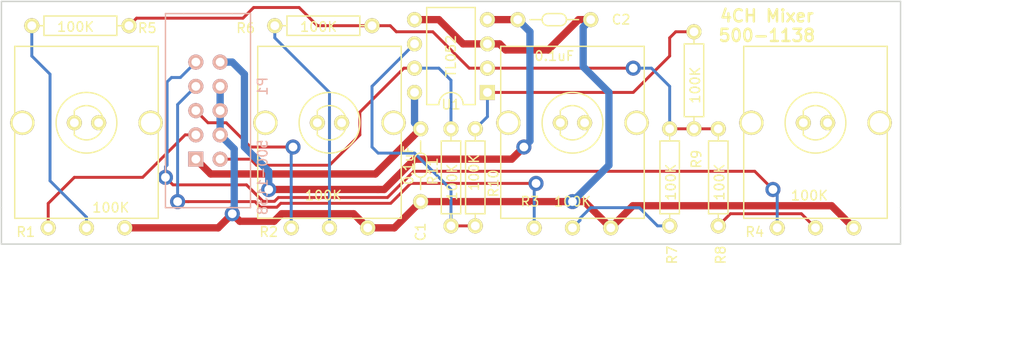
<source format=kicad_pcb>
(kicad_pcb (version 20171130) (host pcbnew "(5.0.1)-3")

  (general
    (thickness 1.6)
    (drawings 9)
    (tracks 163)
    (zones 0)
    (modules 15)
    (nets 16)
  )

  (page A4)
  (layers
    (0 F.Cu signal)
    (31 B.Cu signal)
    (32 B.Adhes user)
    (33 F.Adhes user)
    (34 B.Paste user)
    (35 F.Paste user)
    (36 B.SilkS user)
    (37 F.SilkS user)
    (38 B.Mask user)
    (39 F.Mask user)
    (40 Dwgs.User user)
    (41 Cmts.User user)
    (42 Eco1.User user)
    (43 Eco2.User user)
    (44 Edge.Cuts user)
    (45 Margin user)
    (46 B.CrtYd user)
    (47 F.CrtYd user)
    (48 B.Fab user)
    (49 F.Fab user)
  )

  (setup
    (last_trace_width 0.3048)
    (trace_clearance 0.3048)
    (zone_clearance 0.508)
    (zone_45_only no)
    (trace_min 0.2)
    (segment_width 0.2)
    (edge_width 0.15)
    (via_size 1.5748)
    (via_drill 0.9144)
    (via_min_size 0.4)
    (via_min_drill 0.3)
    (uvia_size 0.3)
    (uvia_drill 0.1)
    (uvias_allowed no)
    (uvia_min_size 0.2)
    (uvia_min_drill 0.1)
    (pcb_text_width 0.3)
    (pcb_text_size 1.5 1.5)
    (mod_edge_width 0.15)
    (mod_text_size 1 1)
    (mod_text_width 0.15)
    (pad_size 1.524 1.524)
    (pad_drill 0.762)
    (pad_to_mask_clearance 0.2)
    (solder_mask_min_width 0.25)
    (aux_axis_origin 0 0)
    (visible_elements 7FFFFFFF)
    (pcbplotparams
      (layerselection 0x010f0_ffffffff)
      (usegerberextensions false)
      (usegerberattributes false)
      (usegerberadvancedattributes false)
      (creategerberjobfile false)
      (excludeedgelayer true)
      (linewidth 0.100000)
      (plotframeref false)
      (viasonmask false)
      (mode 1)
      (useauxorigin false)
      (hpglpennumber 1)
      (hpglpenspeed 20)
      (hpglpendiameter 15.000000)
      (psnegative false)
      (psa4output false)
      (plotreference true)
      (plotvalue true)
      (plotinvisibletext false)
      (padsonsilk false)
      (subtractmaskfromsilk false)
      (outputformat 1)
      (mirror false)
      (drillshape 0)
      (scaleselection 1)
      (outputdirectory "CAM/"))
  )

  (net 0 "")
  (net 1 GND)
  (net 2 "Net-(P1-Pad2)")
  (net 3 "Net-(P1-Pad3)")
  (net 4 "Net-(P1-Pad5)")
  (net 5 "Net-(P1-Pad7)")
  (net 6 "Net-(P1-Pad9)")
  (net 7 "Net-(R1-Pad2)")
  (net 8 "Net-(R2-Pad2)")
  (net 9 "Net-(R3-Pad2)")
  (net 10 "Net-(R4-Pad2)")
  (net 11 "Net-(R5-Pad2)")
  (net 12 "Net-(R10-Pad1)")
  (net 13 "Net-(R10-Pad2)")
  (net 14 /V+)
  (net 15 /V-)

  (net_class Default "This is the default net class."
    (clearance 0.3048)
    (trace_width 0.3048)
    (via_dia 1.5748)
    (via_drill 0.9144)
    (uvia_dia 0.3)
    (uvia_drill 0.1)
    (add_net "Net-(P1-Pad2)")
    (add_net "Net-(P1-Pad3)")
    (add_net "Net-(P1-Pad5)")
    (add_net "Net-(P1-Pad7)")
    (add_net "Net-(P1-Pad9)")
    (add_net "Net-(R1-Pad2)")
    (add_net "Net-(R10-Pad1)")
    (add_net "Net-(R10-Pad2)")
    (add_net "Net-(R2-Pad2)")
    (add_net "Net-(R3-Pad2)")
    (add_net "Net-(R4-Pad2)")
    (add_net "Net-(R5-Pad2)")
  )

  (net_class POWER ""
    (clearance 0.3048)
    (trace_width 0.762)
    (via_dia 1.5748)
    (via_drill 0.9144)
    (uvia_dia 0.3)
    (uvia_drill 0.1)
    (add_net /V+)
    (add_net /V-)
    (add_net GND)
  )

  (module FootPrints:AXIAL0.4 (layer F.Cu) (tedit 56ACF211) (tstamp 5BC97BBC)
    (at 190.5 107.315 90)
    (path /5C29243C)
    (fp_text reference R11 (at 0.635 -1.905 90) (layer F.SilkS)
      (effects (font (size 1 1) (thickness 0.15)))
    )
    (fp_text value 100K (at -0.508 0.127 90) (layer F.SilkS)
      (effects (font (size 1 1) (thickness 0.15)))
    )
    (fp_line (start 3.81 -1.016) (end -3.81 -1.016) (layer F.SilkS) (width 0.15))
    (fp_line (start -3.81 1.016) (end 3.81 1.016) (layer F.SilkS) (width 0.15))
    (fp_line (start 4.445 0) (end 3.81 0) (layer F.SilkS) (width 0.15))
    (fp_line (start -3.81 0) (end -4.318 0) (layer F.SilkS) (width 0.15))
    (fp_line (start 3.81 -1.016) (end 3.81 1.016) (layer F.SilkS) (width 0.15))
    (fp_line (start -3.81 -1.016) (end -3.81 1.016) (layer F.SilkS) (width 0.15))
    (pad 2 thru_hole circle (at 5.08 0 90) (size 1.5748 1.5748) (drill 0.9144) (layers *.Cu *.Mask F.SilkS)
      (net 2 "Net-(P1-Pad2)"))
    (pad 1 thru_hole circle (at -5.08 0 90) (size 1.5748 1.5748) (drill 0.9144) (layers *.Cu *.Mask F.SilkS)
      (net 13 "Net-(R10-Pad2)"))
  )

  (module FootPrints:AXIAL0.4 (layer F.Cu) (tedit 56ACF211) (tstamp 5BC97B8C)
    (at 213.36 107.315 90)
    (path /5C2924EE)
    (fp_text reference R7 (at -8.128 0.254 90) (layer F.SilkS)
      (effects (font (size 1 1) (thickness 0.15)))
    )
    (fp_text value 100K (at -0.508 0.127 90) (layer F.SilkS)
      (effects (font (size 1 1) (thickness 0.15)))
    )
    (fp_line (start -3.81 -1.016) (end -3.81 1.016) (layer F.SilkS) (width 0.15))
    (fp_line (start 3.81 -1.016) (end 3.81 1.016) (layer F.SilkS) (width 0.15))
    (fp_line (start -3.81 0) (end -4.318 0) (layer F.SilkS) (width 0.15))
    (fp_line (start 4.445 0) (end 3.81 0) (layer F.SilkS) (width 0.15))
    (fp_line (start -3.81 1.016) (end 3.81 1.016) (layer F.SilkS) (width 0.15))
    (fp_line (start 3.81 -1.016) (end -3.81 -1.016) (layer F.SilkS) (width 0.15))
    (pad 1 thru_hole circle (at -5.08 0 90) (size 1.5748 1.5748) (drill 0.9144) (layers *.Cu *.Mask F.SilkS)
      (net 9 "Net-(R3-Pad2)"))
    (pad 2 thru_hole circle (at 5.08 0 90) (size 1.5748 1.5748) (drill 0.9144) (layers *.Cu *.Mask F.SilkS)
      (net 11 "Net-(R5-Pad2)"))
  )

  (module FootPrints:CAP-Bypass-0.3 (layer F.Cu) (tedit 56B42E37) (tstamp 5BC97AF4)
    (at 187.325 106.045 270)
    (path /5C2A51DD)
    (fp_text reference C1 (at 6.985 0 270) (layer F.SilkS)
      (effects (font (size 1 1) (thickness 0.15)))
    )
    (fp_text value 0.1uF (at 0 1.27 270) (layer F.SilkS)
      (effects (font (size 1 1) (thickness 0.15)))
    )
    (fp_arc (start 0.635 0) (end 1.27 0) (angle 90) (layer F.SilkS) (width 0.15))
    (fp_arc (start 0.635 0) (end 0.635 -0.635) (angle 90) (layer F.SilkS) (width 0.15))
    (fp_arc (start -0.635 0) (end -0.635 0.635) (angle 90) (layer F.SilkS) (width 0.15))
    (fp_arc (start -0.635 0) (end -1.27 0) (angle 90) (layer F.SilkS) (width 0.15))
    (fp_line (start -0.635 0.635) (end 0.635 0.635) (layer F.SilkS) (width 0.15))
    (fp_line (start -0.635 -0.635) (end 0.635 -0.635) (layer F.SilkS) (width 0.15))
    (fp_line (start 2.54 0) (end 1.27 0) (layer F.SilkS) (width 0.15))
    (fp_line (start -2.54 0) (end -1.27 0) (layer F.SilkS) (width 0.15))
    (pad 1 thru_hole circle (at -3.81 0 270) (size 1.5748 1.5748) (drill 0.9144) (layers *.Cu *.Mask F.SilkS)
      (net 14 /V+))
    (pad 2 thru_hole circle (at 3.81 0 270) (size 1.5748 1.5748) (drill 0.9144) (layers *.Cu *.Mask F.SilkS)
      (net 1 GND))
  )

  (module FootPrints:IDC5x2_Vert (layer B.Cu) (tedit 58C2383B) (tstamp 5BC98338)
    (at 165.1 100.33 270)
    (path /5C295F36)
    (fp_text reference P1 (at -2.54 -5.715 270) (layer B.SilkS)
      (effects (font (size 1 1) (thickness 0.15)) (justify mirror))
    )
    (fp_text value 500-1138 (at 6.985 -5.715 270) (layer B.SilkS)
      (effects (font (size 1 1) (thickness 0.15)) (justify mirror))
    )
    (fp_line (start 10.16 -4.445) (end 10.16 -2.54) (layer B.SilkS) (width 0.15))
    (fp_line (start -10.16 -4.445) (end 10.16 -4.445) (layer B.SilkS) (width 0.15))
    (fp_line (start -10.16 -2.54) (end -10.16 -4.445) (layer B.SilkS) (width 0.15))
    (fp_line (start 10.16 4.445) (end 10.16 2.54) (layer B.SilkS) (width 0.15))
    (fp_line (start -10.16 4.445) (end 10.16 4.445) (layer B.SilkS) (width 0.15))
    (fp_line (start -10.16 2.54) (end -10.16 4.445) (layer B.SilkS) (width 0.15))
    (fp_line (start -10.16 -2.54) (end -10.16 2.54) (layer B.SilkS) (width 0.15))
    (fp_line (start 10.16 2.54) (end 10.16 -2.54) (layer B.SilkS) (width 0.15))
    (pad 1 thru_hole rect (at 5.08 1.27 270) (size 1.5748 1.5748) (drill 0.9144) (layers *.Cu *.Mask B.SilkS)
      (net 14 /V+))
    (pad 2 thru_hole circle (at 5.08 -1.27 270) (size 1.5748 1.5748) (drill 0.9144) (layers *.Cu *.Mask B.SilkS)
      (net 2 "Net-(P1-Pad2)"))
    (pad 3 thru_hole circle (at 2.54 1.27 270) (size 1.5748 1.5748) (drill 0.9144) (layers *.Cu *.Mask B.SilkS)
      (net 3 "Net-(P1-Pad3)"))
    (pad 4 thru_hole circle (at 2.54 -1.27 270) (size 1.5748 1.5748) (drill 0.9144) (layers *.Cu *.Mask B.SilkS)
      (net 1 GND))
    (pad 5 thru_hole circle (at 0 1.27 270) (size 1.5748 1.5748) (drill 0.9144) (layers *.Cu *.Mask B.SilkS)
      (net 4 "Net-(P1-Pad5)"))
    (pad 6 thru_hole circle (at 0 -1.27 270) (size 1.5748 1.5748) (drill 0.9144) (layers *.Cu *.Mask B.SilkS)
      (net 1 GND))
    (pad 7 thru_hole circle (at -2.54 1.27 270) (size 1.5748 1.5748) (drill 0.9144) (layers *.Cu *.Mask B.SilkS)
      (net 5 "Net-(P1-Pad7)"))
    (pad 8 thru_hole circle (at -2.54 -1.27 270) (size 1.5748 1.5748) (drill 0.9144) (layers *.Cu *.Mask B.SilkS)
      (net 1 GND))
    (pad 9 thru_hole circle (at -5.08 1.27 270) (size 1.5748 1.5748) (drill 0.9144) (layers *.Cu *.Mask B.SilkS)
      (net 6 "Net-(P1-Pad9)"))
    (pad 10 thru_hole circle (at -5.08 -1.27 270) (size 1.5748 1.5748) (drill 0.9144) (layers *.Cu *.Mask B.SilkS)
      (net 15 /V-))
  )

  (module FootPrints:Alpha9mmPotWithLED (layer F.Cu) (tedit 5751FE58) (tstamp 5BC97B2C)
    (at 152.4 101.6)
    (path /5C292FCC)
    (fp_text reference R1 (at -6.35 11.43) (layer F.SilkS)
      (effects (font (size 1 1) (thickness 0.15)))
    )
    (fp_text value 100K (at 2.54 8.89) (layer F.SilkS)
      (effects (font (size 1 1) (thickness 0.15)))
    )
    (fp_arc (start 0 0) (end 1.27 1.27) (angle 90) (layer F.SilkS) (width 0.15))
    (fp_arc (start 0 0) (end 1.27 -1.27) (angle 90) (layer F.SilkS) (width 0.15))
    (fp_arc (start 0 0) (end -1.27 -1.27) (angle 90) (layer F.SilkS) (width 0.15))
    (fp_line (start -1.27 -1.27) (end -1.27 1.27) (layer F.SilkS) (width 0.15))
    (fp_circle (center 0 0) (end 3.175 0) (layer F.SilkS) (width 0.15))
    (fp_line (start -7.5 10) (end 7.5 10) (layer F.SilkS) (width 0.15))
    (fp_line (start 7.5 10) (end 7.5 -8) (layer F.SilkS) (width 0.15))
    (fp_line (start 7.5 -8) (end -7.5 -8) (layer F.SilkS) (width 0.15))
    (fp_line (start -7.5 -8) (end -7.5 10) (layer F.SilkS) (width 0.15))
    (pad "" thru_hole circle (at -6.7 0) (size 2.54 2.54) (drill 2.032) (layers *.Cu *.Mask F.SilkS))
    (pad "" thru_hole circle (at 6.7 0) (size 2.54 2.54) (drill 2.032) (layers *.Cu *.Mask F.SilkS))
    (pad 4 thru_hole circle (at -1.27 0) (size 1.5748 1.5748) (drill 0.9144) (layers *.Cu *.Mask F.SilkS))
    (pad 5 thru_hole circle (at 1.27 0) (size 1.5748 1.5748) (drill 0.9144) (layers *.Cu *.Mask F.SilkS))
    (pad 2 thru_hole circle (at 0 11) (size 1.5748 1.5748) (drill 0.9144) (layers *.Cu *.Mask F.SilkS)
      (net 7 "Net-(R1-Pad2)"))
    (pad 3 thru_hole circle (at 4 11) (size 1.5748 1.5748) (drill 0.9144) (layers *.Cu *.Mask F.SilkS)
      (net 1 GND))
    (pad 1 thru_hole circle (at -4 11) (size 1.5748 1.5748) (drill 0.9144) (layers *.Cu *.Mask F.SilkS)
      (net 3 "Net-(P1-Pad3)"))
  )

  (module FootPrints:Alpha9mmPotWithLED (layer F.Cu) (tedit 5751FE58) (tstamp 5BC97B40)
    (at 177.8 101.6)
    (path /5C29302F)
    (fp_text reference R2 (at -6.35 11.43) (layer F.SilkS)
      (effects (font (size 1 1) (thickness 0.15)))
    )
    (fp_text value 100K (at -0.635 7.62) (layer F.SilkS)
      (effects (font (size 1 1) (thickness 0.15)))
    )
    (fp_line (start -7.5 -8) (end -7.5 10) (layer F.SilkS) (width 0.15))
    (fp_line (start 7.5 -8) (end -7.5 -8) (layer F.SilkS) (width 0.15))
    (fp_line (start 7.5 10) (end 7.5 -8) (layer F.SilkS) (width 0.15))
    (fp_line (start -7.5 10) (end 7.5 10) (layer F.SilkS) (width 0.15))
    (fp_circle (center 0 0) (end 3.175 0) (layer F.SilkS) (width 0.15))
    (fp_line (start -1.27 -1.27) (end -1.27 1.27) (layer F.SilkS) (width 0.15))
    (fp_arc (start 0 0) (end -1.27 -1.27) (angle 90) (layer F.SilkS) (width 0.15))
    (fp_arc (start 0 0) (end 1.27 -1.27) (angle 90) (layer F.SilkS) (width 0.15))
    (fp_arc (start 0 0) (end 1.27 1.27) (angle 90) (layer F.SilkS) (width 0.15))
    (pad 1 thru_hole circle (at -4 11) (size 1.5748 1.5748) (drill 0.9144) (layers *.Cu *.Mask F.SilkS)
      (net 4 "Net-(P1-Pad5)"))
    (pad 3 thru_hole circle (at 4 11) (size 1.5748 1.5748) (drill 0.9144) (layers *.Cu *.Mask F.SilkS)
      (net 1 GND))
    (pad 2 thru_hole circle (at 0 11) (size 1.5748 1.5748) (drill 0.9144) (layers *.Cu *.Mask F.SilkS)
      (net 8 "Net-(R2-Pad2)"))
    (pad 5 thru_hole circle (at 1.27 0) (size 1.5748 1.5748) (drill 0.9144) (layers *.Cu *.Mask F.SilkS))
    (pad 4 thru_hole circle (at -1.27 0) (size 1.5748 1.5748) (drill 0.9144) (layers *.Cu *.Mask F.SilkS))
    (pad "" thru_hole circle (at 6.7 0) (size 2.54 2.54) (drill 2.032) (layers *.Cu *.Mask F.SilkS))
    (pad "" thru_hole circle (at -6.7 0) (size 2.54 2.54) (drill 2.032) (layers *.Cu *.Mask F.SilkS))
  )

  (module FootPrints:Alpha9mmPotWithLED (layer F.Cu) (tedit 5751FE58) (tstamp 5BC97B54)
    (at 203.2 101.6)
    (path /5C29306D)
    (fp_text reference R3 (at -4.445 8.255) (layer F.SilkS)
      (effects (font (size 1 1) (thickness 0.15)))
    )
    (fp_text value 100K (at 0 8.255) (layer F.SilkS)
      (effects (font (size 1 1) (thickness 0.15)))
    )
    (fp_arc (start 0 0) (end 1.27 1.27) (angle 90) (layer F.SilkS) (width 0.15))
    (fp_arc (start 0 0) (end 1.27 -1.27) (angle 90) (layer F.SilkS) (width 0.15))
    (fp_arc (start 0 0) (end -1.27 -1.27) (angle 90) (layer F.SilkS) (width 0.15))
    (fp_line (start -1.27 -1.27) (end -1.27 1.27) (layer F.SilkS) (width 0.15))
    (fp_circle (center 0 0) (end 3.175 0) (layer F.SilkS) (width 0.15))
    (fp_line (start -7.5 10) (end 7.5 10) (layer F.SilkS) (width 0.15))
    (fp_line (start 7.5 10) (end 7.5 -8) (layer F.SilkS) (width 0.15))
    (fp_line (start 7.5 -8) (end -7.5 -8) (layer F.SilkS) (width 0.15))
    (fp_line (start -7.5 -8) (end -7.5 10) (layer F.SilkS) (width 0.15))
    (pad "" thru_hole circle (at -6.7 0) (size 2.54 2.54) (drill 2.032) (layers *.Cu *.Mask F.SilkS))
    (pad "" thru_hole circle (at 6.7 0) (size 2.54 2.54) (drill 2.032) (layers *.Cu *.Mask F.SilkS))
    (pad 4 thru_hole circle (at -1.27 0) (size 1.5748 1.5748) (drill 0.9144) (layers *.Cu *.Mask F.SilkS))
    (pad 5 thru_hole circle (at 1.27 0) (size 1.5748 1.5748) (drill 0.9144) (layers *.Cu *.Mask F.SilkS))
    (pad 2 thru_hole circle (at 0 11) (size 1.5748 1.5748) (drill 0.9144) (layers *.Cu *.Mask F.SilkS)
      (net 9 "Net-(R3-Pad2)"))
    (pad 3 thru_hole circle (at 4 11) (size 1.5748 1.5748) (drill 0.9144) (layers *.Cu *.Mask F.SilkS)
      (net 1 GND))
    (pad 1 thru_hole circle (at -4 11) (size 1.5748 1.5748) (drill 0.9144) (layers *.Cu *.Mask F.SilkS)
      (net 5 "Net-(P1-Pad7)"))
  )

  (module FootPrints:Alpha9mmPotWithLED (layer F.Cu) (tedit 5751FE58) (tstamp 5BC97B68)
    (at 228.6 101.6)
    (path /5C2930B3)
    (fp_text reference R4 (at -6.35 11.43) (layer F.SilkS)
      (effects (font (size 1 1) (thickness 0.15)))
    )
    (fp_text value 100K (at -0.635 7.62) (layer F.SilkS)
      (effects (font (size 1 1) (thickness 0.15)))
    )
    (fp_line (start -7.5 -8) (end -7.5 10) (layer F.SilkS) (width 0.15))
    (fp_line (start 7.5 -8) (end -7.5 -8) (layer F.SilkS) (width 0.15))
    (fp_line (start 7.5 10) (end 7.5 -8) (layer F.SilkS) (width 0.15))
    (fp_line (start -7.5 10) (end 7.5 10) (layer F.SilkS) (width 0.15))
    (fp_circle (center 0 0) (end 3.175 0) (layer F.SilkS) (width 0.15))
    (fp_line (start -1.27 -1.27) (end -1.27 1.27) (layer F.SilkS) (width 0.15))
    (fp_arc (start 0 0) (end -1.27 -1.27) (angle 90) (layer F.SilkS) (width 0.15))
    (fp_arc (start 0 0) (end 1.27 -1.27) (angle 90) (layer F.SilkS) (width 0.15))
    (fp_arc (start 0 0) (end 1.27 1.27) (angle 90) (layer F.SilkS) (width 0.15))
    (pad 1 thru_hole circle (at -4 11) (size 1.5748 1.5748) (drill 0.9144) (layers *.Cu *.Mask F.SilkS)
      (net 6 "Net-(P1-Pad9)"))
    (pad 3 thru_hole circle (at 4 11) (size 1.5748 1.5748) (drill 0.9144) (layers *.Cu *.Mask F.SilkS)
      (net 1 GND))
    (pad 2 thru_hole circle (at 0 11) (size 1.5748 1.5748) (drill 0.9144) (layers *.Cu *.Mask F.SilkS)
      (net 10 "Net-(R4-Pad2)"))
    (pad 5 thru_hole circle (at 1.27 0) (size 1.5748 1.5748) (drill 0.9144) (layers *.Cu *.Mask F.SilkS))
    (pad 4 thru_hole circle (at -1.27 0) (size 1.5748 1.5748) (drill 0.9144) (layers *.Cu *.Mask F.SilkS))
    (pad "" thru_hole circle (at 6.7 0) (size 2.54 2.54) (drill 2.032) (layers *.Cu *.Mask F.SilkS))
    (pad "" thru_hole circle (at -6.7 0) (size 2.54 2.54) (drill 2.032) (layers *.Cu *.Mask F.SilkS))
  )

  (module FootPrints:AXIAL0.4 (layer F.Cu) (tedit 56ACF211) (tstamp 5BC98513)
    (at 151.765 91.44)
    (path /5C29266C)
    (fp_text reference R5 (at 6.985 0.254) (layer F.SilkS)
      (effects (font (size 1 1) (thickness 0.15)))
    )
    (fp_text value 100K (at -0.508 0.127) (layer F.SilkS)
      (effects (font (size 1 1) (thickness 0.15)))
    )
    (fp_line (start -3.81 -1.016) (end -3.81 1.016) (layer F.SilkS) (width 0.15))
    (fp_line (start 3.81 -1.016) (end 3.81 1.016) (layer F.SilkS) (width 0.15))
    (fp_line (start -3.81 0) (end -4.318 0) (layer F.SilkS) (width 0.15))
    (fp_line (start 4.445 0) (end 3.81 0) (layer F.SilkS) (width 0.15))
    (fp_line (start -3.81 1.016) (end 3.81 1.016) (layer F.SilkS) (width 0.15))
    (fp_line (start 3.81 -1.016) (end -3.81 -1.016) (layer F.SilkS) (width 0.15))
    (pad 1 thru_hole circle (at -5.08 0) (size 1.5748 1.5748) (drill 0.9144) (layers *.Cu *.Mask F.SilkS)
      (net 7 "Net-(R1-Pad2)"))
    (pad 2 thru_hole circle (at 5.08 0) (size 1.5748 1.5748) (drill 0.9144) (layers *.Cu *.Mask F.SilkS)
      (net 11 "Net-(R5-Pad2)"))
  )

  (module FootPrints:AXIAL0.4 (layer F.Cu) (tedit 56ACF211) (tstamp 5BC97B80)
    (at 177.165 91.44)
    (path /5C292514)
    (fp_text reference R6 (at -8.128 0.254) (layer F.SilkS)
      (effects (font (size 1 1) (thickness 0.15)))
    )
    (fp_text value 100K (at -0.508 0.127) (layer F.SilkS)
      (effects (font (size 1 1) (thickness 0.15)))
    )
    (fp_line (start 3.81 -1.016) (end -3.81 -1.016) (layer F.SilkS) (width 0.15))
    (fp_line (start -3.81 1.016) (end 3.81 1.016) (layer F.SilkS) (width 0.15))
    (fp_line (start 4.445 0) (end 3.81 0) (layer F.SilkS) (width 0.15))
    (fp_line (start -3.81 0) (end -4.318 0) (layer F.SilkS) (width 0.15))
    (fp_line (start 3.81 -1.016) (end 3.81 1.016) (layer F.SilkS) (width 0.15))
    (fp_line (start -3.81 -1.016) (end -3.81 1.016) (layer F.SilkS) (width 0.15))
    (pad 2 thru_hole circle (at 5.08 0) (size 1.5748 1.5748) (drill 0.9144) (layers *.Cu *.Mask F.SilkS)
      (net 11 "Net-(R5-Pad2)"))
    (pad 1 thru_hole circle (at -5.08 0) (size 1.5748 1.5748) (drill 0.9144) (layers *.Cu *.Mask F.SilkS)
      (net 8 "Net-(R2-Pad2)"))
  )

  (module FootPrints:AXIAL0.4 (layer F.Cu) (tedit 56ACF211) (tstamp 5BC98560)
    (at 218.44 107.315 90)
    (path /5C2924AC)
    (fp_text reference R8 (at -8.128 0.254 90) (layer F.SilkS)
      (effects (font (size 1 1) (thickness 0.15)))
    )
    (fp_text value 100K (at -0.508 0.127 90) (layer F.SilkS)
      (effects (font (size 1 1) (thickness 0.15)))
    )
    (fp_line (start 3.81 -1.016) (end -3.81 -1.016) (layer F.SilkS) (width 0.15))
    (fp_line (start -3.81 1.016) (end 3.81 1.016) (layer F.SilkS) (width 0.15))
    (fp_line (start 4.445 0) (end 3.81 0) (layer F.SilkS) (width 0.15))
    (fp_line (start -3.81 0) (end -4.318 0) (layer F.SilkS) (width 0.15))
    (fp_line (start 3.81 -1.016) (end 3.81 1.016) (layer F.SilkS) (width 0.15))
    (fp_line (start -3.81 -1.016) (end -3.81 1.016) (layer F.SilkS) (width 0.15))
    (pad 2 thru_hole circle (at 5.08 0 90) (size 1.5748 1.5748) (drill 0.9144) (layers *.Cu *.Mask F.SilkS)
      (net 11 "Net-(R5-Pad2)"))
    (pad 1 thru_hole circle (at -5.08 0 90) (size 1.5748 1.5748) (drill 0.9144) (layers *.Cu *.Mask F.SilkS)
      (net 10 "Net-(R4-Pad2)"))
  )

  (module FootPrints:AXIAL0.4 (layer F.Cu) (tedit 56ACF211) (tstamp 5BC97BA4)
    (at 215.9 97.155 90)
    (path /5C29247A)
    (fp_text reference R9 (at -8.255 0.254 90) (layer F.SilkS)
      (effects (font (size 1 1) (thickness 0.15)))
    )
    (fp_text value 100K (at -0.508 0.127 90) (layer F.SilkS)
      (effects (font (size 1 1) (thickness 0.15)))
    )
    (fp_line (start -3.81 -1.016) (end -3.81 1.016) (layer F.SilkS) (width 0.15))
    (fp_line (start 3.81 -1.016) (end 3.81 1.016) (layer F.SilkS) (width 0.15))
    (fp_line (start -3.81 0) (end -4.318 0) (layer F.SilkS) (width 0.15))
    (fp_line (start 4.445 0) (end 3.81 0) (layer F.SilkS) (width 0.15))
    (fp_line (start -3.81 1.016) (end 3.81 1.016) (layer F.SilkS) (width 0.15))
    (fp_line (start 3.81 -1.016) (end -3.81 -1.016) (layer F.SilkS) (width 0.15))
    (pad 1 thru_hole circle (at -5.08 0 90) (size 1.5748 1.5748) (drill 0.9144) (layers *.Cu *.Mask F.SilkS)
      (net 11 "Net-(R5-Pad2)"))
    (pad 2 thru_hole circle (at 5.08 0 90) (size 1.5748 1.5748) (drill 0.9144) (layers *.Cu *.Mask F.SilkS)
      (net 12 "Net-(R10-Pad1)"))
  )

  (module FootPrints:AXIAL0.4 (layer F.Cu) (tedit 56ACF211) (tstamp 5BC97BB0)
    (at 193.04 107.315 270)
    (path /5C292408)
    (fp_text reference R10 (at 0.635 -1.905 270) (layer F.SilkS)
      (effects (font (size 1 1) (thickness 0.15)))
    )
    (fp_text value 100K (at -0.508 0.127 270) (layer F.SilkS)
      (effects (font (size 1 1) (thickness 0.15)))
    )
    (fp_line (start -3.81 -1.016) (end -3.81 1.016) (layer F.SilkS) (width 0.15))
    (fp_line (start 3.81 -1.016) (end 3.81 1.016) (layer F.SilkS) (width 0.15))
    (fp_line (start -3.81 0) (end -4.318 0) (layer F.SilkS) (width 0.15))
    (fp_line (start 4.445 0) (end 3.81 0) (layer F.SilkS) (width 0.15))
    (fp_line (start -3.81 1.016) (end 3.81 1.016) (layer F.SilkS) (width 0.15))
    (fp_line (start 3.81 -1.016) (end -3.81 -1.016) (layer F.SilkS) (width 0.15))
    (pad 1 thru_hole circle (at -5.08 0 270) (size 1.5748 1.5748) (drill 0.9144) (layers *.Cu *.Mask F.SilkS)
      (net 12 "Net-(R10-Pad1)"))
    (pad 2 thru_hole circle (at 5.08 0 270) (size 1.5748 1.5748) (drill 0.9144) (layers *.Cu *.Mask F.SilkS)
      (net 13 "Net-(R10-Pad2)"))
  )

  (module FootPrints:DIP8.3 (layer F.Cu) (tedit 56ADA5EF) (tstamp 5BC9819C)
    (at 190.5 94.615 90)
    (path /5C2922F0)
    (fp_text reference U1 (at -5.08 0 180) (layer F.SilkS)
      (effects (font (size 1 1) (thickness 0.15)))
    )
    (fp_text value TL052 (at 0 0 90) (layer F.SilkS)
      (effects (font (size 1 1) (thickness 0.15)))
    )
    (fp_arc (start -5.08 0) (end -3.81 0) (angle 90) (layer F.SilkS) (width 0.15))
    (fp_arc (start -5.08 0) (end -5.08 -1.27) (angle 90) (layer F.SilkS) (width 0.15))
    (fp_line (start -5.08 -2.54) (end -5.08 -1.27) (layer F.SilkS) (width 0.15))
    (fp_line (start -5.08 -2.54) (end 5.08 -2.54) (layer F.SilkS) (width 0.15))
    (fp_line (start 5.08 -2.54) (end 5.08 2.54) (layer F.SilkS) (width 0.15))
    (fp_line (start 5.08 2.54) (end -5.08 2.54) (layer F.SilkS) (width 0.15))
    (fp_line (start -5.08 2.54) (end -5.08 1.27) (layer F.SilkS) (width 0.15))
    (pad 1 thru_hole rect (at -3.81 3.81 90) (size 1.5748 1.5748) (drill 0.9144) (layers *.Cu *.Mask F.SilkS)
      (net 12 "Net-(R10-Pad1)"))
    (pad 2 thru_hole circle (at -1.27 3.81 90) (size 1.5748 1.5748) (drill 0.9144) (layers *.Cu *.Mask F.SilkS)
      (net 11 "Net-(R5-Pad2)"))
    (pad 3 thru_hole circle (at 1.27 3.81 90) (size 1.5748 1.5748) (drill 0.9144) (layers *.Cu *.Mask F.SilkS)
      (net 1 GND))
    (pad 4 thru_hole circle (at 3.81 3.81 90) (size 1.5748 1.5748) (drill 0.9144) (layers *.Cu *.Mask F.SilkS)
      (net 15 /V-))
    (pad 5 thru_hole circle (at 3.81 -3.81 90) (size 1.5748 1.5748) (drill 0.9144) (layers *.Cu *.Mask F.SilkS)
      (net 1 GND))
    (pad 6 thru_hole circle (at 1.27 -3.81 90) (size 1.5748 1.5748) (drill 0.9144) (layers *.Cu *.Mask F.SilkS)
      (net 13 "Net-(R10-Pad2)"))
    (pad 7 thru_hole circle (at -1.27 -3.81 90) (size 1.5748 1.5748) (drill 0.9144) (layers *.Cu *.Mask F.SilkS)
      (net 2 "Net-(P1-Pad2)"))
    (pad 8 thru_hole circle (at -3.81 -3.81 90) (size 1.5748 1.5748) (drill 0.9144) (layers *.Cu *.Mask F.SilkS)
      (net 14 /V+))
  )

  (module FootPrints:CAP-Bypass-0.3 (layer F.Cu) (tedit 56B42E37) (tstamp 5BC9845B)
    (at 201.295 90.805)
    (path /5C2A52AD)
    (fp_text reference C2 (at 6.985 0) (layer F.SilkS)
      (effects (font (size 1 1) (thickness 0.15)))
    )
    (fp_text value 0.1uF (at 0 3.81) (layer F.SilkS)
      (effects (font (size 1 1) (thickness 0.15)))
    )
    (fp_arc (start 0.635 0) (end 1.27 0) (angle 90) (layer F.SilkS) (width 0.15))
    (fp_arc (start 0.635 0) (end 0.635 -0.635) (angle 90) (layer F.SilkS) (width 0.15))
    (fp_arc (start -0.635 0) (end -0.635 0.635) (angle 90) (layer F.SilkS) (width 0.15))
    (fp_arc (start -0.635 0) (end -1.27 0) (angle 90) (layer F.SilkS) (width 0.15))
    (fp_line (start -0.635 0.635) (end 0.635 0.635) (layer F.SilkS) (width 0.15))
    (fp_line (start -0.635 -0.635) (end 0.635 -0.635) (layer F.SilkS) (width 0.15))
    (fp_line (start 2.54 0) (end 1.27 0) (layer F.SilkS) (width 0.15))
    (fp_line (start -2.54 0) (end -1.27 0) (layer F.SilkS) (width 0.15))
    (pad 1 thru_hole circle (at -3.81 0) (size 1.5748 1.5748) (drill 0.9144) (layers *.Cu *.Mask F.SilkS)
      (net 15 /V-))
    (pad 2 thru_hole circle (at 3.81 0) (size 1.5748 1.5748) (drill 0.9144) (layers *.Cu *.Mask F.SilkS)
      (net 1 GND))
  )

  (gr_text "4CH Mixer\n500-1138" (at 223.52 91.44) (layer F.SilkS)
    (effects (font (size 1.27 1.27) (thickness 0.254)))
  )
  (dimension 93.98 (width 0.3) (layer F.Fab)
    (gr_text "3.7000 in" (at 190.5 125.925) (layer F.Fab)
      (effects (font (size 1.5 1.5) (thickness 0.3)))
    )
    (feature1 (pts (xy 237.49 114.935) (xy 237.49 124.411421)))
    (feature2 (pts (xy 143.51 114.935) (xy 143.51 124.411421)))
    (crossbar (pts (xy 143.51 123.825) (xy 237.49 123.825)))
    (arrow1a (pts (xy 237.49 123.825) (xy 236.363496 124.411421)))
    (arrow1b (pts (xy 237.49 123.825) (xy 236.363496 123.238579)))
    (arrow2a (pts (xy 143.51 123.825) (xy 144.636504 124.411421)))
    (arrow2b (pts (xy 143.51 123.825) (xy 144.636504 123.238579)))
  )
  (gr_line (start 143.51 110.49) (end 143.51 88.9) (layer Edge.Cuts) (width 0.15))
  (gr_line (start 237.49 110.49) (end 237.49 88.9) (layer Edge.Cuts) (width 0.15))
  (gr_line (start 237.49 88.9) (end 143.51 88.9) (layer Edge.Cuts) (width 0.15))
  (dimension 25.4 (width 0.3) (layer F.Fab)
    (gr_text "1.0000 in" (at 248.48 101.6 90) (layer F.Fab)
      (effects (font (size 1.5 1.5) (thickness 0.3)))
    )
    (feature1 (pts (xy 238.76 88.9) (xy 246.966421 88.9)))
    (feature2 (pts (xy 238.76 114.3) (xy 246.966421 114.3)))
    (crossbar (pts (xy 246.38 114.3) (xy 246.38 88.9)))
    (arrow1a (pts (xy 246.38 88.9) (xy 246.966421 90.026504)))
    (arrow1b (pts (xy 246.38 88.9) (xy 245.793579 90.026504)))
    (arrow2a (pts (xy 246.38 114.3) (xy 246.966421 113.173496)))
    (arrow2b (pts (xy 246.38 114.3) (xy 245.793579 113.173496)))
  )
  (gr_line (start 237.49 114.3) (end 237.49 110.49) (layer Edge.Cuts) (width 0.15))
  (gr_line (start 143.51 114.3) (end 237.49 114.3) (layer Edge.Cuts) (width 0.15))
  (gr_line (start 143.51 110.49) (end 143.51 114.3) (layer Edge.Cuts) (width 0.15))

  (segment (start 156.4 112.6) (end 166.165 112.6) (width 0.762) (layer F.Cu) (net 1))
  (segment (start 166.165 112.6) (end 167.64 111.125) (width 0.762) (layer F.Cu) (net 1))
  (segment (start 184.58 112.6) (end 187.325 109.855) (width 0.762) (layer F.Cu) (net 1))
  (segment (start 181.8 112.6) (end 184.58 112.6) (width 0.762) (layer F.Cu) (net 1))
  (segment (start 207.2 112.6) (end 204.455 109.855) (width 0.762) (layer F.Cu) (net 1))
  (segment (start 232.6 112.6) (end 230.286789 110.286789) (width 0.762) (layer F.Cu) (net 1))
  (segment (start 230.286789 110.286789) (end 209.513211 110.286789) (width 0.762) (layer F.Cu) (net 1))
  (segment (start 207.987399 111.812601) (end 207.2 112.6) (width 0.762) (layer F.Cu) (net 1))
  (segment (start 209.513211 110.286789) (end 207.987399 111.812601) (width 0.762) (layer F.Cu) (net 1))
  (segment (start 166.37 97.79) (end 166.37 100.33) (width 0.762) (layer B.Cu) (net 1))
  (segment (start 166.37 100.33) (end 166.37 102.87) (width 0.762) (layer B.Cu) (net 1))
  (via (at 167.64 111.125) (size 1.5748) (drill 0.9144) (layers F.Cu B.Cu) (net 1))
  (segment (start 167.843201 110.921799) (end 167.64 111.125) (width 0.762) (layer B.Cu) (net 1))
  (segment (start 167.843201 104.343201) (end 167.843201 110.921799) (width 0.762) (layer B.Cu) (net 1))
  (segment (start 166.37 102.87) (end 167.843201 104.343201) (width 0.762) (layer B.Cu) (net 1))
  (segment (start 205.105 90.805) (end 203.835 90.805) (width 0.762) (layer F.Cu) (net 1))
  (segment (start 203.835 90.805) (end 200.66 93.98) (width 0.762) (layer F.Cu) (net 1))
  (segment (start 200.66 93.98) (end 196.215 93.98) (width 0.762) (layer F.Cu) (net 1))
  (segment (start 195.58 93.345) (end 194.31 93.345) (width 0.762) (layer F.Cu) (net 1))
  (segment (start 196.215 93.98) (end 195.58 93.345) (width 0.762) (layer F.Cu) (net 1))
  (segment (start 191.77 93.345) (end 194.31 93.345) (width 0.762) (layer F.Cu) (net 1))
  (segment (start 186.69 90.805) (end 189.23 90.805) (width 0.762) (layer F.Cu) (net 1))
  (segment (start 189.23 90.805) (end 191.77 93.345) (width 0.762) (layer F.Cu) (net 1))
  (segment (start 204.317601 91.592399) (end 204.317601 95.732601) (width 0.762) (layer B.Cu) (net 1))
  (segment (start 205.105 90.805) (end 204.317601 91.592399) (width 0.762) (layer B.Cu) (net 1))
  (segment (start 204.317601 95.732601) (end 207.01 98.425) (width 0.762) (layer B.Cu) (net 1))
  (via (at 203.2 109.855) (size 1.5748) (drill 0.9144) (layers F.Cu B.Cu) (net 1))
  (segment (start 207.01 106.045) (end 203.2 109.855) (width 0.762) (layer B.Cu) (net 1))
  (segment (start 207.01 98.425) (end 207.01 106.045) (width 0.762) (layer B.Cu) (net 1))
  (segment (start 204.455 109.855) (end 203.2 109.855) (width 0.762) (layer F.Cu) (net 1))
  (segment (start 203.2 109.855) (end 187.325 109.855) (width 0.762) (layer F.Cu) (net 1))
  (segment (start 172.012139 111.912399) (end 172.799538 111.125) (width 0.762) (layer F.Cu) (net 1))
  (segment (start 172.799538 111.125) (end 180.325 111.125) (width 0.762) (layer F.Cu) (net 1))
  (segment (start 167.64 111.125) (end 168.427399 111.912399) (width 0.762) (layer F.Cu) (net 1))
  (segment (start 180.325 111.125) (end 181.012601 111.812601) (width 0.762) (layer F.Cu) (net 1))
  (segment (start 181.012601 111.812601) (end 181.8 112.6) (width 0.762) (layer F.Cu) (net 1))
  (segment (start 168.427399 111.912399) (end 172.012139 111.912399) (width 0.762) (layer F.Cu) (net 1))
  (segment (start 189.23 95.885) (end 186.69 95.885) (width 0.3048) (layer B.Cu) (net 2))
  (segment (start 190.5 102.235) (end 190.5 97.155) (width 0.3048) (layer B.Cu) (net 2))
  (segment (start 190.5 97.155) (end 189.23 95.885) (width 0.3048) (layer B.Cu) (net 2))
  (segment (start 185.576449 95.885) (end 180.975 100.486449) (width 0.3048) (layer F.Cu) (net 2))
  (segment (start 186.69 95.885) (end 185.576449 95.885) (width 0.3048) (layer F.Cu) (net 2))
  (segment (start 180.975 100.486449) (end 180.975 102.87) (width 0.3048) (layer F.Cu) (net 2))
  (segment (start 180.975 102.87) (end 177.8 106.045) (width 0.3048) (layer F.Cu) (net 2))
  (segment (start 177.8 106.045) (end 170.18 106.045) (width 0.3048) (layer F.Cu) (net 2))
  (segment (start 169.545 105.41) (end 166.37 105.41) (width 0.3048) (layer F.Cu) (net 2))
  (segment (start 170.18 106.045) (end 169.545 105.41) (width 0.3048) (layer F.Cu) (net 2))
  (segment (start 148.4 110.045) (end 148.4 112.6) (width 0.3048) (layer F.Cu) (net 3))
  (segment (start 151.13 107.315) (end 148.4 110.045) (width 0.3048) (layer F.Cu) (net 3))
  (segment (start 158.271449 107.315) (end 151.13 107.315) (width 0.3048) (layer F.Cu) (net 3))
  (segment (start 163.83 102.87) (end 162.716449 102.87) (width 0.3048) (layer F.Cu) (net 3))
  (segment (start 162.716449 102.87) (end 158.271449 107.315) (width 0.3048) (layer F.Cu) (net 3))
  (via (at 173.99 104.14) (size 1.5748) (drill 0.9144) (layers F.Cu B.Cu) (net 4))
  (segment (start 173.8 112.6) (end 173.8 104.33) (width 0.3048) (layer B.Cu) (net 4))
  (segment (start 173.8 104.33) (end 173.99 104.14) (width 0.3048) (layer B.Cu) (net 4))
  (segment (start 173.99 104.14) (end 169.545 104.14) (width 0.3048) (layer F.Cu) (net 4))
  (segment (start 169.545 104.14) (end 167.005 101.6) (width 0.3048) (layer F.Cu) (net 4))
  (segment (start 167.005 101.6) (end 165.1 101.6) (width 0.3048) (layer F.Cu) (net 4))
  (segment (start 165.1 101.6) (end 163.83 100.33) (width 0.3048) (layer F.Cu) (net 4))
  (via (at 199.39 107.95) (size 1.5748) (drill 0.9144) (layers F.Cu B.Cu) (net 5))
  (segment (start 199.2 112.6) (end 199.2 108.14) (width 0.3048) (layer B.Cu) (net 5))
  (segment (start 199.2 108.14) (end 199.39 107.95) (width 0.3048) (layer B.Cu) (net 5))
  (via (at 161.925 109.855) (size 1.5748) (drill 0.9144) (layers F.Cu B.Cu) (net 5))
  (segment (start 161.925 99.695) (end 163.83 97.79) (width 0.3048) (layer B.Cu) (net 5))
  (segment (start 161.925 109.855) (end 161.925 99.695) (width 0.3048) (layer B.Cu) (net 5))
  (segment (start 163.038551 109.855) (end 161.925 109.855) (width 0.3048) (layer F.Cu) (net 5))
  (segment (start 184.199298 110.032822) (end 172.706308 110.032822) (width 0.3048) (layer F.Cu) (net 5))
  (segment (start 186.28212 107.95) (end 184.199298 110.032822) (width 0.3048) (layer F.Cu) (net 5))
  (segment (start 172.299918 110.439212) (end 170.600081 110.439211) (width 0.3048) (layer F.Cu) (net 5))
  (segment (start 172.706308 110.032822) (end 172.299918 110.439212) (width 0.3048) (layer F.Cu) (net 5))
  (segment (start 170.01587 109.855) (end 163.038551 109.855) (width 0.3048) (layer F.Cu) (net 5))
  (segment (start 170.600081 110.439211) (end 170.01587 109.855) (width 0.3048) (layer F.Cu) (net 5))
  (segment (start 199.39 107.95) (end 186.28212 107.95) (width 0.3048) (layer F.Cu) (net 5))
  (via (at 224.155 108.585) (size 1.5748) (drill 0.9144) (layers F.Cu B.Cu) (net 6))
  (segment (start 224.6 112.6) (end 224.6 109.03) (width 0.3048) (layer B.Cu) (net 6))
  (segment (start 224.6 109.03) (end 224.155 108.585) (width 0.3048) (layer B.Cu) (net 6))
  (via (at 160.655 107.315) (size 1.5748) (drill 0.9144) (layers F.Cu B.Cu) (net 6))
  (segment (start 162.215598 96.864402) (end 163.83 95.25) (width 0.3048) (layer B.Cu) (net 6))
  (segment (start 161.29 96.864402) (end 162.215598 96.864402) (width 0.3048) (layer B.Cu) (net 6))
  (segment (start 160.827201 97.327201) (end 161.29 96.864402) (width 0.3048) (layer B.Cu) (net 6))
  (segment (start 160.827201 106.029248) (end 160.827201 97.327201) (width 0.3048) (layer B.Cu) (net 6))
  (segment (start 160.655 107.315) (end 160.655 106.201449) (width 0.3048) (layer B.Cu) (net 6))
  (segment (start 160.655 106.201449) (end 160.827201 106.029248) (width 0.3048) (layer B.Cu) (net 6))
  (segment (start 224.155 108.585) (end 222.25 106.68) (width 0.3048) (layer F.Cu) (net 6))
  (segment (start 172.453799 109.423211) (end 172.047409 109.829601) (width 0.3048) (layer F.Cu) (net 6))
  (segment (start 169.125389 108.102399) (end 161.442399 108.102399) (width 0.3048) (layer F.Cu) (net 6))
  (segment (start 161.442399 108.102399) (end 160.655 107.315) (width 0.3048) (layer F.Cu) (net 6))
  (segment (start 170.852591 109.829601) (end 169.125389 108.102399) (width 0.3048) (layer F.Cu) (net 6))
  (segment (start 172.047409 109.829601) (end 170.852591 109.829601) (width 0.3048) (layer F.Cu) (net 6))
  (segment (start 186.605408 106.68) (end 183.862198 109.423211) (width 0.3048) (layer F.Cu) (net 6))
  (segment (start 222.25 106.68) (end 186.605408 106.68) (width 0.3048) (layer F.Cu) (net 6))
  (segment (start 183.862198 109.423211) (end 172.453799 109.423211) (width 0.3048) (layer F.Cu) (net 6))
  (segment (start 152.4 111.486449) (end 148.59 107.676449) (width 0.3048) (layer B.Cu) (net 7))
  (segment (start 152.4 112.6) (end 152.4 111.486449) (width 0.3048) (layer B.Cu) (net 7))
  (segment (start 148.59 107.676449) (end 148.59 96.52) (width 0.3048) (layer B.Cu) (net 7))
  (segment (start 148.59 96.52) (end 146.685 94.615) (width 0.3048) (layer B.Cu) (net 7))
  (segment (start 146.685 94.615) (end 146.685 91.44) (width 0.3048) (layer B.Cu) (net 7))
  (segment (start 177.8 112.6) (end 177.8 98.425) (width 0.3048) (layer B.Cu) (net 8))
  (segment (start 172.085 92.71) (end 172.085 91.44) (width 0.3048) (layer B.Cu) (net 8))
  (segment (start 177.8 98.425) (end 172.085 92.71) (width 0.3048) (layer B.Cu) (net 8))
  (segment (start 203.987399 111.812601) (end 203.987399 111.607601) (width 0.3048) (layer B.Cu) (net 9))
  (segment (start 203.2 112.6) (end 203.987399 111.812601) (width 0.3048) (layer B.Cu) (net 9))
  (segment (start 203.987399 111.607601) (end 205.105 110.49) (width 0.3048) (layer B.Cu) (net 9))
  (segment (start 205.105 110.49) (end 210.185 110.49) (width 0.3048) (layer B.Cu) (net 9))
  (segment (start 212.09 112.395) (end 213.36 112.395) (width 0.3048) (layer B.Cu) (net 9))
  (segment (start 210.185 110.49) (end 212.09 112.395) (width 0.3048) (layer B.Cu) (net 9))
  (segment (start 218.44 112.395) (end 219.71 111.125) (width 0.3048) (layer F.Cu) (net 10))
  (segment (start 227.125 111.125) (end 228.6 112.6) (width 0.3048) (layer F.Cu) (net 10))
  (segment (start 219.71 111.125) (end 227.125 111.125) (width 0.3048) (layer F.Cu) (net 10))
  (segment (start 218.44 102.235) (end 215.9 102.235) (width 0.3048) (layer F.Cu) (net 11))
  (segment (start 215.9 102.235) (end 213.36 102.235) (width 0.3048) (layer F.Cu) (net 11))
  (segment (start 157.632399 90.652601) (end 168.757601 90.652601) (width 0.3048) (layer F.Cu) (net 11))
  (segment (start 156.845 91.44) (end 157.632399 90.652601) (width 0.3048) (layer F.Cu) (net 11))
  (segment (start 168.757601 90.652601) (end 169.875202 89.535) (width 0.3048) (layer F.Cu) (net 11))
  (segment (start 169.875202 89.535) (end 174.625 89.535) (width 0.3048) (layer F.Cu) (net 11))
  (segment (start 174.625 89.535) (end 176.53 91.44) (width 0.3048) (layer F.Cu) (net 11))
  (segment (start 176.53 91.44) (end 182.245 91.44) (width 0.3048) (layer F.Cu) (net 11))
  (segment (start 194.31 95.885) (end 192.405 95.885) (width 0.3048) (layer F.Cu) (net 11))
  (segment (start 192.405 95.885) (end 188.595 92.075) (width 0.3048) (layer F.Cu) (net 11))
  (segment (start 188.595 92.075) (end 184.785 92.075) (width 0.3048) (layer F.Cu) (net 11))
  (segment (start 184.785 92.075) (end 184.15 91.44) (width 0.3048) (layer F.Cu) (net 11))
  (segment (start 184.15 91.44) (end 182.245 91.44) (width 0.3048) (layer F.Cu) (net 11))
  (via (at 209.55 95.885) (size 1.5748) (drill 0.9144) (layers F.Cu B.Cu) (net 11))
  (segment (start 194.31 95.885) (end 209.55 95.885) (width 0.3048) (layer F.Cu) (net 11))
  (segment (start 213.36 97.79) (end 213.36 102.235) (width 0.3048) (layer B.Cu) (net 11))
  (segment (start 209.55 95.885) (end 211.455 95.885) (width 0.3048) (layer B.Cu) (net 11))
  (segment (start 211.455 95.885) (end 213.36 97.79) (width 0.3048) (layer B.Cu) (net 11))
  (segment (start 194.31 100.965) (end 194.31 98.425) (width 0.3048) (layer B.Cu) (net 12))
  (segment (start 193.04 102.235) (end 194.31 100.965) (width 0.3048) (layer B.Cu) (net 12))
  (segment (start 213.995 92.075) (end 215.9 92.075) (width 0.3048) (layer F.Cu) (net 12))
  (segment (start 213.36 92.71) (end 213.995 92.075) (width 0.3048) (layer F.Cu) (net 12))
  (segment (start 213.36 94.615) (end 213.36 92.71) (width 0.3048) (layer F.Cu) (net 12))
  (segment (start 194.31 98.425) (end 209.55 98.425) (width 0.3048) (layer F.Cu) (net 12))
  (segment (start 209.55 98.425) (end 213.36 94.615) (width 0.3048) (layer F.Cu) (net 12))
  (segment (start 193.04 112.395) (end 190.5 112.395) (width 0.3048) (layer F.Cu) (net 13))
  (segment (start 190.5 112.395) (end 190.5 108.585) (width 0.3048) (layer B.Cu) (net 13))
  (segment (start 190.5 108.585) (end 186.69 104.775) (width 0.3048) (layer B.Cu) (net 13))
  (segment (start 186.69 104.775) (end 182.88 104.775) (width 0.3048) (layer B.Cu) (net 13))
  (segment (start 182.88 104.775) (end 182.245 104.14) (width 0.3048) (layer B.Cu) (net 13))
  (segment (start 182.245 97.79) (end 186.69 93.345) (width 0.3048) (layer B.Cu) (net 13))
  (segment (start 182.245 104.14) (end 182.245 97.79) (width 0.3048) (layer B.Cu) (net 13))
  (segment (start 186.69 101.6) (end 187.325 102.235) (width 0.762) (layer B.Cu) (net 14))
  (segment (start 186.69 98.425) (end 186.69 101.6) (width 0.762) (layer B.Cu) (net 14))
  (segment (start 186.537601 103.022399) (end 187.325 102.235) (width 0.762) (layer F.Cu) (net 14))
  (segment (start 163.83 105.41) (end 165.3794 106.9594) (width 0.762) (layer F.Cu) (net 14))
  (segment (start 182.6006 106.9594) (end 186.537601 103.022399) (width 0.762) (layer F.Cu) (net 14))
  (segment (start 165.3794 106.9594) (end 182.6006 106.9594) (width 0.762) (layer F.Cu) (net 14))
  (segment (start 197.485 90.805) (end 194.31 90.805) (width 0.762) (layer F.Cu) (net 15))
  (segment (start 166.37 95.25) (end 167.64 95.25) (width 0.762) (layer B.Cu) (net 15))
  (segment (start 167.64 95.25) (end 168.91 96.52) (width 0.762) (layer B.Cu) (net 15))
  (segment (start 168.91 96.52) (end 168.91 104.14) (width 0.762) (layer B.Cu) (net 15))
  (segment (start 171.45 106.68) (end 171.45 108.585) (width 0.762) (layer B.Cu) (net 15))
  (segment (start 168.91 104.14) (end 171.45 106.68) (width 0.762) (layer B.Cu) (net 15))
  (via (at 171.45 108.585) (size 1.5748) (drill 0.9144) (layers F.Cu B.Cu) (net 15))
  (segment (start 171.45 108.585) (end 182.88 108.585) (width 0.762) (layer F.Cu) (net 15))
  (segment (start 182.88 108.585) (end 183.515 108.585) (width 0.762) (layer F.Cu) (net 15))
  (segment (start 183.515 108.585) (end 186.69 105.41) (width 0.762) (layer F.Cu) (net 15))
  (via (at 198.12 104.14) (size 1.5748) (drill 0.9144) (layers F.Cu B.Cu) (net 15))
  (segment (start 186.69 105.41) (end 196.85 105.41) (width 0.762) (layer F.Cu) (net 15))
  (segment (start 196.85 105.41) (end 198.12 104.14) (width 0.762) (layer F.Cu) (net 15))
  (segment (start 198.12 104.14) (end 198.755 103.505) (width 0.762) (layer B.Cu) (net 15))
  (segment (start 198.755 92.075) (end 197.485 90.805) (width 0.762) (layer B.Cu) (net 15))
  (segment (start 198.755 103.505) (end 198.755 92.075) (width 0.762) (layer B.Cu) (net 15))

)

</source>
